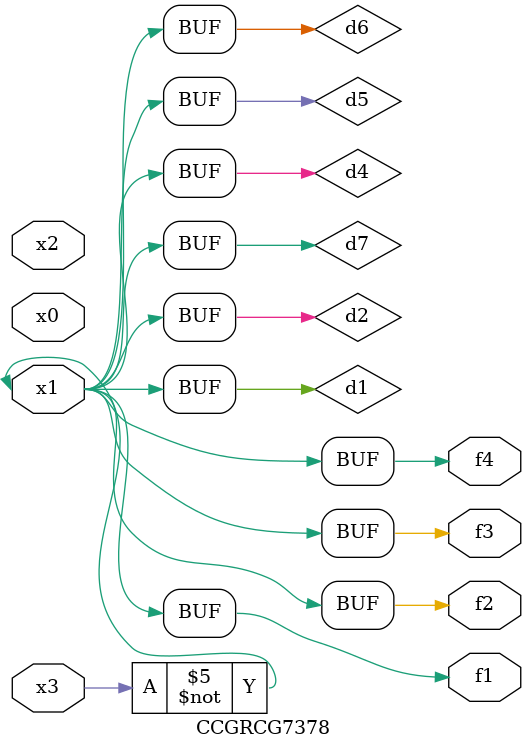
<source format=v>
module CCGRCG7378(
	input x0, x1, x2, x3,
	output f1, f2, f3, f4
);

	wire d1, d2, d3, d4, d5, d6, d7;

	not (d1, x3);
	buf (d2, x1);
	xnor (d3, d1, d2);
	nor (d4, d1);
	buf (d5, d1, d2);
	buf (d6, d4, d5);
	nand (d7, d4);
	assign f1 = d6;
	assign f2 = d7;
	assign f3 = d6;
	assign f4 = d6;
endmodule

</source>
